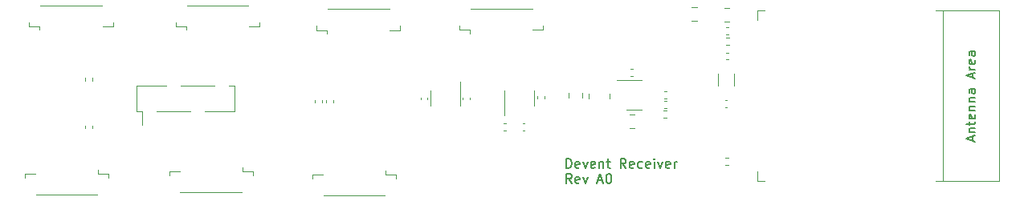
<source format=gbr>
%TF.GenerationSoftware,KiCad,Pcbnew,7.0.8+1*%
%TF.CreationDate,2023-12-11T13:56:50+01:00*%
%TF.ProjectId,Receiver,52656365-6976-4657-922e-6b696361645f,rev?*%
%TF.SameCoordinates,Original*%
%TF.FileFunction,Legend,Top*%
%TF.FilePolarity,Positive*%
%FSLAX46Y46*%
G04 Gerber Fmt 4.6, Leading zero omitted, Abs format (unit mm)*
G04 Created by KiCad (PCBNEW 7.0.8+1) date 2023-12-11 13:56:50*
%MOMM*%
%LPD*%
G01*
G04 APERTURE LIST*
%ADD10C,0.150000*%
%ADD11C,0.120000*%
G04 APERTURE END LIST*
D10*
X110136779Y-68359819D02*
X110136779Y-67359819D01*
X110136779Y-67359819D02*
X110374874Y-67359819D01*
X110374874Y-67359819D02*
X110517731Y-67407438D01*
X110517731Y-67407438D02*
X110612969Y-67502676D01*
X110612969Y-67502676D02*
X110660588Y-67597914D01*
X110660588Y-67597914D02*
X110708207Y-67788390D01*
X110708207Y-67788390D02*
X110708207Y-67931247D01*
X110708207Y-67931247D02*
X110660588Y-68121723D01*
X110660588Y-68121723D02*
X110612969Y-68216961D01*
X110612969Y-68216961D02*
X110517731Y-68312200D01*
X110517731Y-68312200D02*
X110374874Y-68359819D01*
X110374874Y-68359819D02*
X110136779Y-68359819D01*
X111517731Y-68312200D02*
X111422493Y-68359819D01*
X111422493Y-68359819D02*
X111232017Y-68359819D01*
X111232017Y-68359819D02*
X111136779Y-68312200D01*
X111136779Y-68312200D02*
X111089160Y-68216961D01*
X111089160Y-68216961D02*
X111089160Y-67836009D01*
X111089160Y-67836009D02*
X111136779Y-67740771D01*
X111136779Y-67740771D02*
X111232017Y-67693152D01*
X111232017Y-67693152D02*
X111422493Y-67693152D01*
X111422493Y-67693152D02*
X111517731Y-67740771D01*
X111517731Y-67740771D02*
X111565350Y-67836009D01*
X111565350Y-67836009D02*
X111565350Y-67931247D01*
X111565350Y-67931247D02*
X111089160Y-68026485D01*
X111898684Y-67693152D02*
X112136779Y-68359819D01*
X112136779Y-68359819D02*
X112374874Y-67693152D01*
X113136779Y-68312200D02*
X113041541Y-68359819D01*
X113041541Y-68359819D02*
X112851065Y-68359819D01*
X112851065Y-68359819D02*
X112755827Y-68312200D01*
X112755827Y-68312200D02*
X112708208Y-68216961D01*
X112708208Y-68216961D02*
X112708208Y-67836009D01*
X112708208Y-67836009D02*
X112755827Y-67740771D01*
X112755827Y-67740771D02*
X112851065Y-67693152D01*
X112851065Y-67693152D02*
X113041541Y-67693152D01*
X113041541Y-67693152D02*
X113136779Y-67740771D01*
X113136779Y-67740771D02*
X113184398Y-67836009D01*
X113184398Y-67836009D02*
X113184398Y-67931247D01*
X113184398Y-67931247D02*
X112708208Y-68026485D01*
X113612970Y-67693152D02*
X113612970Y-68359819D01*
X113612970Y-67788390D02*
X113660589Y-67740771D01*
X113660589Y-67740771D02*
X113755827Y-67693152D01*
X113755827Y-67693152D02*
X113898684Y-67693152D01*
X113898684Y-67693152D02*
X113993922Y-67740771D01*
X113993922Y-67740771D02*
X114041541Y-67836009D01*
X114041541Y-67836009D02*
X114041541Y-68359819D01*
X114374875Y-67693152D02*
X114755827Y-67693152D01*
X114517732Y-67359819D02*
X114517732Y-68216961D01*
X114517732Y-68216961D02*
X114565351Y-68312200D01*
X114565351Y-68312200D02*
X114660589Y-68359819D01*
X114660589Y-68359819D02*
X114755827Y-68359819D01*
X116422494Y-68359819D02*
X116089161Y-67883628D01*
X115851066Y-68359819D02*
X115851066Y-67359819D01*
X115851066Y-67359819D02*
X116232018Y-67359819D01*
X116232018Y-67359819D02*
X116327256Y-67407438D01*
X116327256Y-67407438D02*
X116374875Y-67455057D01*
X116374875Y-67455057D02*
X116422494Y-67550295D01*
X116422494Y-67550295D02*
X116422494Y-67693152D01*
X116422494Y-67693152D02*
X116374875Y-67788390D01*
X116374875Y-67788390D02*
X116327256Y-67836009D01*
X116327256Y-67836009D02*
X116232018Y-67883628D01*
X116232018Y-67883628D02*
X115851066Y-67883628D01*
X117232018Y-68312200D02*
X117136780Y-68359819D01*
X117136780Y-68359819D02*
X116946304Y-68359819D01*
X116946304Y-68359819D02*
X116851066Y-68312200D01*
X116851066Y-68312200D02*
X116803447Y-68216961D01*
X116803447Y-68216961D02*
X116803447Y-67836009D01*
X116803447Y-67836009D02*
X116851066Y-67740771D01*
X116851066Y-67740771D02*
X116946304Y-67693152D01*
X116946304Y-67693152D02*
X117136780Y-67693152D01*
X117136780Y-67693152D02*
X117232018Y-67740771D01*
X117232018Y-67740771D02*
X117279637Y-67836009D01*
X117279637Y-67836009D02*
X117279637Y-67931247D01*
X117279637Y-67931247D02*
X116803447Y-68026485D01*
X118136780Y-68312200D02*
X118041542Y-68359819D01*
X118041542Y-68359819D02*
X117851066Y-68359819D01*
X117851066Y-68359819D02*
X117755828Y-68312200D01*
X117755828Y-68312200D02*
X117708209Y-68264580D01*
X117708209Y-68264580D02*
X117660590Y-68169342D01*
X117660590Y-68169342D02*
X117660590Y-67883628D01*
X117660590Y-67883628D02*
X117708209Y-67788390D01*
X117708209Y-67788390D02*
X117755828Y-67740771D01*
X117755828Y-67740771D02*
X117851066Y-67693152D01*
X117851066Y-67693152D02*
X118041542Y-67693152D01*
X118041542Y-67693152D02*
X118136780Y-67740771D01*
X118946304Y-68312200D02*
X118851066Y-68359819D01*
X118851066Y-68359819D02*
X118660590Y-68359819D01*
X118660590Y-68359819D02*
X118565352Y-68312200D01*
X118565352Y-68312200D02*
X118517733Y-68216961D01*
X118517733Y-68216961D02*
X118517733Y-67836009D01*
X118517733Y-67836009D02*
X118565352Y-67740771D01*
X118565352Y-67740771D02*
X118660590Y-67693152D01*
X118660590Y-67693152D02*
X118851066Y-67693152D01*
X118851066Y-67693152D02*
X118946304Y-67740771D01*
X118946304Y-67740771D02*
X118993923Y-67836009D01*
X118993923Y-67836009D02*
X118993923Y-67931247D01*
X118993923Y-67931247D02*
X118517733Y-68026485D01*
X119422495Y-68359819D02*
X119422495Y-67693152D01*
X119422495Y-67359819D02*
X119374876Y-67407438D01*
X119374876Y-67407438D02*
X119422495Y-67455057D01*
X119422495Y-67455057D02*
X119470114Y-67407438D01*
X119470114Y-67407438D02*
X119422495Y-67359819D01*
X119422495Y-67359819D02*
X119422495Y-67455057D01*
X119803447Y-67693152D02*
X120041542Y-68359819D01*
X120041542Y-68359819D02*
X120279637Y-67693152D01*
X121041542Y-68312200D02*
X120946304Y-68359819D01*
X120946304Y-68359819D02*
X120755828Y-68359819D01*
X120755828Y-68359819D02*
X120660590Y-68312200D01*
X120660590Y-68312200D02*
X120612971Y-68216961D01*
X120612971Y-68216961D02*
X120612971Y-67836009D01*
X120612971Y-67836009D02*
X120660590Y-67740771D01*
X120660590Y-67740771D02*
X120755828Y-67693152D01*
X120755828Y-67693152D02*
X120946304Y-67693152D01*
X120946304Y-67693152D02*
X121041542Y-67740771D01*
X121041542Y-67740771D02*
X121089161Y-67836009D01*
X121089161Y-67836009D02*
X121089161Y-67931247D01*
X121089161Y-67931247D02*
X120612971Y-68026485D01*
X121517733Y-68359819D02*
X121517733Y-67693152D01*
X121517733Y-67883628D02*
X121565352Y-67788390D01*
X121565352Y-67788390D02*
X121612971Y-67740771D01*
X121612971Y-67740771D02*
X121708209Y-67693152D01*
X121708209Y-67693152D02*
X121803447Y-67693152D01*
X110708207Y-69969819D02*
X110374874Y-69493628D01*
X110136779Y-69969819D02*
X110136779Y-68969819D01*
X110136779Y-68969819D02*
X110517731Y-68969819D01*
X110517731Y-68969819D02*
X110612969Y-69017438D01*
X110612969Y-69017438D02*
X110660588Y-69065057D01*
X110660588Y-69065057D02*
X110708207Y-69160295D01*
X110708207Y-69160295D02*
X110708207Y-69303152D01*
X110708207Y-69303152D02*
X110660588Y-69398390D01*
X110660588Y-69398390D02*
X110612969Y-69446009D01*
X110612969Y-69446009D02*
X110517731Y-69493628D01*
X110517731Y-69493628D02*
X110136779Y-69493628D01*
X111517731Y-69922200D02*
X111422493Y-69969819D01*
X111422493Y-69969819D02*
X111232017Y-69969819D01*
X111232017Y-69969819D02*
X111136779Y-69922200D01*
X111136779Y-69922200D02*
X111089160Y-69826961D01*
X111089160Y-69826961D02*
X111089160Y-69446009D01*
X111089160Y-69446009D02*
X111136779Y-69350771D01*
X111136779Y-69350771D02*
X111232017Y-69303152D01*
X111232017Y-69303152D02*
X111422493Y-69303152D01*
X111422493Y-69303152D02*
X111517731Y-69350771D01*
X111517731Y-69350771D02*
X111565350Y-69446009D01*
X111565350Y-69446009D02*
X111565350Y-69541247D01*
X111565350Y-69541247D02*
X111089160Y-69636485D01*
X111898684Y-69303152D02*
X112136779Y-69969819D01*
X112136779Y-69969819D02*
X112374874Y-69303152D01*
X113470113Y-69684104D02*
X113946303Y-69684104D01*
X113374875Y-69969819D02*
X113708208Y-68969819D01*
X113708208Y-68969819D02*
X114041541Y-69969819D01*
X114565351Y-68969819D02*
X114660589Y-68969819D01*
X114660589Y-68969819D02*
X114755827Y-69017438D01*
X114755827Y-69017438D02*
X114803446Y-69065057D01*
X114803446Y-69065057D02*
X114851065Y-69160295D01*
X114851065Y-69160295D02*
X114898684Y-69350771D01*
X114898684Y-69350771D02*
X114898684Y-69588866D01*
X114898684Y-69588866D02*
X114851065Y-69779342D01*
X114851065Y-69779342D02*
X114803446Y-69874580D01*
X114803446Y-69874580D02*
X114755827Y-69922200D01*
X114755827Y-69922200D02*
X114660589Y-69969819D01*
X114660589Y-69969819D02*
X114565351Y-69969819D01*
X114565351Y-69969819D02*
X114470113Y-69922200D01*
X114470113Y-69922200D02*
X114422494Y-69874580D01*
X114422494Y-69874580D02*
X114374875Y-69779342D01*
X114374875Y-69779342D02*
X114327256Y-69588866D01*
X114327256Y-69588866D02*
X114327256Y-69350771D01*
X114327256Y-69350771D02*
X114374875Y-69160295D01*
X114374875Y-69160295D02*
X114422494Y-69065057D01*
X114422494Y-69065057D02*
X114470113Y-69017438D01*
X114470113Y-69017438D02*
X114565351Y-68969819D01*
X152969104Y-65501905D02*
X152969104Y-65025715D01*
X153254819Y-65597143D02*
X152254819Y-65263810D01*
X152254819Y-65263810D02*
X153254819Y-64930477D01*
X152588152Y-64597143D02*
X153254819Y-64597143D01*
X152683390Y-64597143D02*
X152635771Y-64549524D01*
X152635771Y-64549524D02*
X152588152Y-64454286D01*
X152588152Y-64454286D02*
X152588152Y-64311429D01*
X152588152Y-64311429D02*
X152635771Y-64216191D01*
X152635771Y-64216191D02*
X152731009Y-64168572D01*
X152731009Y-64168572D02*
X153254819Y-64168572D01*
X152588152Y-63835238D02*
X152588152Y-63454286D01*
X152254819Y-63692381D02*
X153111961Y-63692381D01*
X153111961Y-63692381D02*
X153207200Y-63644762D01*
X153207200Y-63644762D02*
X153254819Y-63549524D01*
X153254819Y-63549524D02*
X153254819Y-63454286D01*
X153207200Y-62740000D02*
X153254819Y-62835238D01*
X153254819Y-62835238D02*
X153254819Y-63025714D01*
X153254819Y-63025714D02*
X153207200Y-63120952D01*
X153207200Y-63120952D02*
X153111961Y-63168571D01*
X153111961Y-63168571D02*
X152731009Y-63168571D01*
X152731009Y-63168571D02*
X152635771Y-63120952D01*
X152635771Y-63120952D02*
X152588152Y-63025714D01*
X152588152Y-63025714D02*
X152588152Y-62835238D01*
X152588152Y-62835238D02*
X152635771Y-62740000D01*
X152635771Y-62740000D02*
X152731009Y-62692381D01*
X152731009Y-62692381D02*
X152826247Y-62692381D01*
X152826247Y-62692381D02*
X152921485Y-63168571D01*
X152588152Y-62263809D02*
X153254819Y-62263809D01*
X152683390Y-62263809D02*
X152635771Y-62216190D01*
X152635771Y-62216190D02*
X152588152Y-62120952D01*
X152588152Y-62120952D02*
X152588152Y-61978095D01*
X152588152Y-61978095D02*
X152635771Y-61882857D01*
X152635771Y-61882857D02*
X152731009Y-61835238D01*
X152731009Y-61835238D02*
X153254819Y-61835238D01*
X152588152Y-61359047D02*
X153254819Y-61359047D01*
X152683390Y-61359047D02*
X152635771Y-61311428D01*
X152635771Y-61311428D02*
X152588152Y-61216190D01*
X152588152Y-61216190D02*
X152588152Y-61073333D01*
X152588152Y-61073333D02*
X152635771Y-60978095D01*
X152635771Y-60978095D02*
X152731009Y-60930476D01*
X152731009Y-60930476D02*
X153254819Y-60930476D01*
X153254819Y-60025714D02*
X152731009Y-60025714D01*
X152731009Y-60025714D02*
X152635771Y-60073333D01*
X152635771Y-60073333D02*
X152588152Y-60168571D01*
X152588152Y-60168571D02*
X152588152Y-60359047D01*
X152588152Y-60359047D02*
X152635771Y-60454285D01*
X153207200Y-60025714D02*
X153254819Y-60120952D01*
X153254819Y-60120952D02*
X153254819Y-60359047D01*
X153254819Y-60359047D02*
X153207200Y-60454285D01*
X153207200Y-60454285D02*
X153111961Y-60501904D01*
X153111961Y-60501904D02*
X153016723Y-60501904D01*
X153016723Y-60501904D02*
X152921485Y-60454285D01*
X152921485Y-60454285D02*
X152873866Y-60359047D01*
X152873866Y-60359047D02*
X152873866Y-60120952D01*
X152873866Y-60120952D02*
X152826247Y-60025714D01*
X152969104Y-58835237D02*
X152969104Y-58359047D01*
X153254819Y-58930475D02*
X152254819Y-58597142D01*
X152254819Y-58597142D02*
X153254819Y-58263809D01*
X153254819Y-57930475D02*
X152588152Y-57930475D01*
X152778628Y-57930475D02*
X152683390Y-57882856D01*
X152683390Y-57882856D02*
X152635771Y-57835237D01*
X152635771Y-57835237D02*
X152588152Y-57739999D01*
X152588152Y-57739999D02*
X152588152Y-57644761D01*
X153207200Y-56930475D02*
X153254819Y-57025713D01*
X153254819Y-57025713D02*
X153254819Y-57216189D01*
X153254819Y-57216189D02*
X153207200Y-57311427D01*
X153207200Y-57311427D02*
X153111961Y-57359046D01*
X153111961Y-57359046D02*
X152731009Y-57359046D01*
X152731009Y-57359046D02*
X152635771Y-57311427D01*
X152635771Y-57311427D02*
X152588152Y-57216189D01*
X152588152Y-57216189D02*
X152588152Y-57025713D01*
X152588152Y-57025713D02*
X152635771Y-56930475D01*
X152635771Y-56930475D02*
X152731009Y-56882856D01*
X152731009Y-56882856D02*
X152826247Y-56882856D01*
X152826247Y-56882856D02*
X152921485Y-57359046D01*
X153254819Y-56025713D02*
X152731009Y-56025713D01*
X152731009Y-56025713D02*
X152635771Y-56073332D01*
X152635771Y-56073332D02*
X152588152Y-56168570D01*
X152588152Y-56168570D02*
X152588152Y-56359046D01*
X152588152Y-56359046D02*
X152635771Y-56454284D01*
X153207200Y-56025713D02*
X153254819Y-56120951D01*
X153254819Y-56120951D02*
X153254819Y-56359046D01*
X153254819Y-56359046D02*
X153207200Y-56454284D01*
X153207200Y-56454284D02*
X153111961Y-56501903D01*
X153111961Y-56501903D02*
X153016723Y-56501903D01*
X153016723Y-56501903D02*
X152921485Y-56454284D01*
X152921485Y-56454284D02*
X152873866Y-56359046D01*
X152873866Y-56359046D02*
X152873866Y-56120951D01*
X152873866Y-56120951D02*
X152826247Y-56025713D01*
D11*
%TO.C,U3*%
X106705000Y-61000000D02*
X106705000Y-61800000D01*
X103585000Y-61000000D02*
X103585000Y-62800000D01*
X103585000Y-61000000D02*
X103585000Y-60200000D01*
X106705000Y-61000000D02*
X106705000Y-60200000D01*
%TO.C,C14*%
X123363748Y-52840000D02*
X123886252Y-52840000D01*
X123363748Y-51370000D02*
X123886252Y-51370000D01*
%TO.C,C12*%
X99945000Y-60892164D02*
X99945000Y-61107836D01*
X99225000Y-60892164D02*
X99225000Y-61107836D01*
%TO.C,J1*%
X92185000Y-69515000D02*
X92185000Y-69065000D01*
X92185000Y-69065000D02*
X91085000Y-69065000D01*
X91085000Y-69065000D02*
X91085000Y-68675000D01*
X91015000Y-71285000D02*
X84535000Y-71285000D01*
X83365000Y-69515000D02*
X83365000Y-69065000D01*
X83365000Y-69065000D02*
X84465000Y-69065000D01*
%TO.C,C3*%
X84365000Y-61207164D02*
X84365000Y-61422836D01*
X83645000Y-61207164D02*
X83645000Y-61422836D01*
%TO.C,C7*%
X110350000Y-60906252D02*
X110350000Y-60383748D01*
X111820000Y-60906252D02*
X111820000Y-60383748D01*
%TO.C,J2*%
X83815000Y-53335000D02*
X83815000Y-53785000D01*
X83815000Y-53785000D02*
X84915000Y-53785000D01*
X84915000Y-53785000D02*
X84915000Y-54175000D01*
X84985000Y-51565000D02*
X91465000Y-51565000D01*
X92635000Y-53335000D02*
X92635000Y-53785000D01*
X92635000Y-53785000D02*
X91535000Y-53785000D01*
%TO.C,C13*%
X94775000Y-61107836D02*
X94775000Y-60892164D01*
X95495000Y-61107836D02*
X95495000Y-60892164D01*
%TO.C,C10*%
X103557164Y-63645000D02*
X103772836Y-63645000D01*
X103557164Y-64365000D02*
X103772836Y-64365000D01*
%TO.C,C5*%
X127007164Y-53515000D02*
X127222836Y-53515000D01*
X127007164Y-54235000D02*
X127222836Y-54235000D01*
%TO.C,C6*%
X117336252Y-64150000D02*
X116813748Y-64150000D01*
X117336252Y-62680000D02*
X116813748Y-62680000D01*
%TO.C,L1*%
X112455000Y-61016252D02*
X112455000Y-60493748D01*
X114675000Y-61016252D02*
X114675000Y-60493748D01*
%TO.C,R5*%
X127228641Y-68075000D02*
X126921359Y-68075000D01*
X127228641Y-67315000D02*
X126921359Y-67315000D01*
%TO.C,R1*%
X85595000Y-61141359D02*
X85595000Y-61448641D01*
X84835000Y-61141359D02*
X84835000Y-61448641D01*
%TO.C,U1*%
X117285000Y-59075000D02*
X115485000Y-59075000D01*
X117285000Y-59075000D02*
X118085000Y-59075000D01*
X117285000Y-62195000D02*
X116485000Y-62195000D01*
X117285000Y-62195000D02*
X118085000Y-62195000D01*
%TO.C,R4*%
X127298641Y-55305000D02*
X126991359Y-55305000D01*
X127298641Y-54545000D02*
X126991359Y-54545000D01*
%TO.C,C1*%
X127192836Y-56875000D02*
X126977164Y-56875000D01*
X127192836Y-56155000D02*
X126977164Y-56155000D01*
%TO.C,C4*%
X126803748Y-51410000D02*
X127326252Y-51410000D01*
X126803748Y-52880000D02*
X127326252Y-52880000D01*
%TO.C,R7*%
X120406359Y-62260000D02*
X120713641Y-62260000D01*
X120406359Y-63020000D02*
X120713641Y-63020000D01*
%TO.C,R3*%
X60185000Y-58811359D02*
X60185000Y-59118641D01*
X59425000Y-58811359D02*
X59425000Y-59118641D01*
%TO.C,J3*%
X61885000Y-69415000D02*
X61885000Y-68965000D01*
X61885000Y-68965000D02*
X60785000Y-68965000D01*
X60785000Y-68965000D02*
X60785000Y-68575000D01*
X60715000Y-71185000D02*
X54235000Y-71185000D01*
X53065000Y-69415000D02*
X53065000Y-68965000D01*
X53065000Y-68965000D02*
X54165000Y-68965000D01*
%TO.C,J7*%
X53515000Y-52935000D02*
X53515000Y-53385000D01*
X53515000Y-53385000D02*
X54615000Y-53385000D01*
X54615000Y-53385000D02*
X54615000Y-53775000D01*
X54685000Y-51165000D02*
X61165000Y-51165000D01*
X62335000Y-52935000D02*
X62335000Y-53385000D01*
X62335000Y-53385000D02*
X61235000Y-53385000D01*
%TO.C,Y1*%
X127860000Y-58350000D02*
X127860000Y-59700000D01*
X126110000Y-58350000D02*
X126110000Y-59700000D01*
%TO.C,J8*%
X64860000Y-62330000D02*
X65430000Y-62330000D01*
X64860000Y-62330000D02*
X64860000Y-59670000D01*
X65430000Y-62330000D02*
X65430000Y-63850000D01*
X66950000Y-62330000D02*
X70510000Y-62330000D01*
X72030000Y-62330000D02*
X75140000Y-62330000D01*
X75140000Y-62330000D02*
X75140000Y-59670000D01*
X64860000Y-59670000D02*
X67970000Y-59670000D01*
X69490000Y-59670000D02*
X73050000Y-59670000D01*
X74570000Y-59670000D02*
X75140000Y-59670000D01*
%TO.C,C8*%
X116937164Y-57905000D02*
X117152836Y-57905000D01*
X116937164Y-58625000D02*
X117152836Y-58625000D01*
%TO.C,R6*%
X120718641Y-60975000D02*
X120411359Y-60975000D01*
X120718641Y-60215000D02*
X120411359Y-60215000D01*
%TO.C,U2*%
X155800000Y-51740000D02*
X149050000Y-51740000D01*
X155800000Y-51740000D02*
X155800000Y-69740000D01*
X131050000Y-51740000D02*
X130300000Y-51740000D01*
X130300000Y-51740000D02*
X130300000Y-52740000D01*
X155800000Y-69740000D02*
X149050000Y-69740000D01*
X149860000Y-69740000D02*
X149860000Y-51740000D01*
X131050000Y-69740000D02*
X130300000Y-69740000D01*
X130300000Y-69740000D02*
X130300000Y-68740000D01*
%TO.C,J4*%
X77085000Y-69165000D02*
X77085000Y-68715000D01*
X77085000Y-68715000D02*
X75985000Y-68715000D01*
X75985000Y-68715000D02*
X75985000Y-68325000D01*
X75915000Y-70935000D02*
X69435000Y-70935000D01*
X68265000Y-69165000D02*
X68265000Y-68715000D01*
X68265000Y-68715000D02*
X69365000Y-68715000D01*
%TO.C,U5*%
X98935000Y-61000000D02*
X98935000Y-59200000D01*
X98935000Y-61000000D02*
X98935000Y-61800000D01*
X95815000Y-61000000D02*
X95815000Y-60200000D01*
X95815000Y-61000000D02*
X95815000Y-61800000D01*
%TO.C,C2*%
X126877164Y-61185000D02*
X127092836Y-61185000D01*
X126877164Y-61905000D02*
X127092836Y-61905000D01*
%TO.C,J9*%
X98885000Y-53315000D02*
X98885000Y-53765000D01*
X98885000Y-53765000D02*
X99985000Y-53765000D01*
X99985000Y-53765000D02*
X99985000Y-54155000D01*
X100055000Y-51545000D02*
X106535000Y-51545000D01*
X107705000Y-53315000D02*
X107705000Y-53765000D01*
X107705000Y-53765000D02*
X106605000Y-53765000D01*
%TO.C,R8*%
X120411359Y-61235000D02*
X120718641Y-61235000D01*
X120411359Y-61995000D02*
X120718641Y-61995000D01*
%TO.C,C11*%
X107110000Y-61012836D02*
X107110000Y-60797164D01*
X107830000Y-61012836D02*
X107830000Y-60797164D01*
%TO.C,R2*%
X59435000Y-64168641D02*
X59435000Y-63861359D01*
X60195000Y-64168641D02*
X60195000Y-63861359D01*
%TO.C,J5*%
X68965000Y-52935000D02*
X68965000Y-53385000D01*
X68965000Y-53385000D02*
X70065000Y-53385000D01*
X70065000Y-53385000D02*
X70065000Y-53775000D01*
X70135000Y-51165000D02*
X76615000Y-51165000D01*
X77785000Y-52935000D02*
X77785000Y-53385000D01*
X77785000Y-53385000D02*
X76685000Y-53385000D01*
%TO.C,C9*%
X105732836Y-64365000D02*
X105517164Y-64365000D01*
X105732836Y-63645000D02*
X105517164Y-63645000D01*
%TD*%
M02*

</source>
